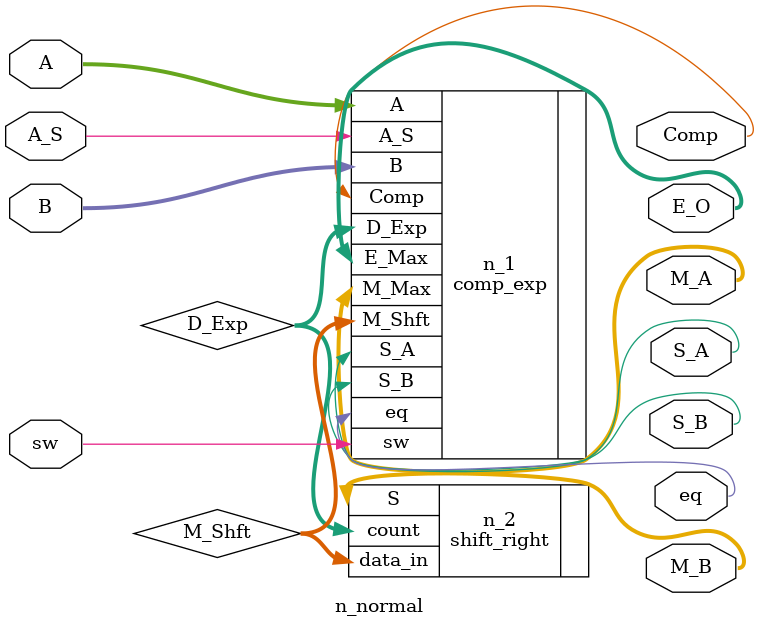
<source format=v>
module n_normal
(
    input       [36:0]  A, B,
    input               A_S,
    input               sw,
    output              S_A, S_B,               // --> sign A & sign B
    output      [07:0]  E_O,                    // output exponent
    output      [27:0]  M_A,                    // Largest Mantissa
    output      [27:0]  M_B,                    // Shifted Mantissa
    output              Comp,                    // A & B comparison
    output              eq
);

wire [27:0]  M_Shft;
wire [04:0]  D_Exp;

comp_exp n_1
(
.A(A), 
.B(B),
.A_S(A_S),
.sw(sw),
.S_A(S_A), 
.S_B(S_B),               
.E_Max(E_O),                  
.M_Max(M_A),                  
.M_Shft(M_Shft),                 
.D_Exp(D_Exp),                 
.Comp(Comp),
.eq    (eq)

);
    
shift_right n_2
(
.data_in(M_Shft),  
.count(D_Exp),
.S(M_B)
);

endmodule //n_normal

</source>
